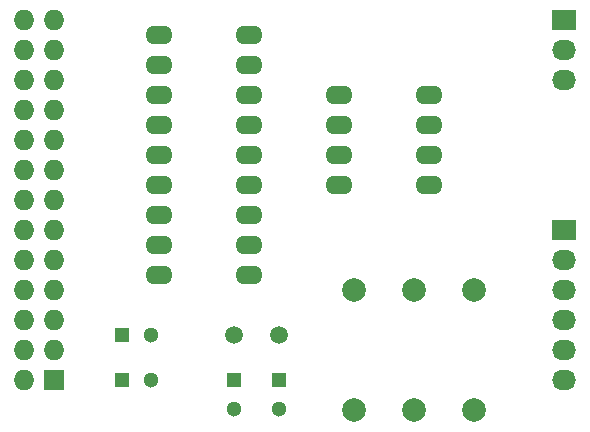
<source format=gbr>
G04 #@! TF.FileFunction,Soldermask,Bot*
%FSLAX46Y46*%
G04 Gerber Fmt 4.6, Leading zero omitted, Abs format (unit mm)*
G04 Created by KiCad (PCBNEW 4.0.1-stable) date 15.01.2016 10:14:08*
%MOMM*%
G01*
G04 APERTURE LIST*
%ADD10C,0.100000*%
%ADD11R,1.300000X1.300000*%
%ADD12C,1.300000*%
%ADD13R,1.727200X1.727200*%
%ADD14O,1.727200X1.727200*%
%ADD15O,2.300000X1.600000*%
%ADD16R,2.032000X1.727200*%
%ADD17O,2.032000X1.727200*%
%ADD18C,1.998980*%
%ADD19C,1.501140*%
G04 APERTURE END LIST*
D10*
D11*
X111125000Y-95250000D03*
D12*
X113625000Y-95250000D03*
D13*
X105410000Y-95250000D03*
D14*
X102870000Y-95250000D03*
X105410000Y-92710000D03*
X102870000Y-92710000D03*
X105410000Y-90170000D03*
X102870000Y-90170000D03*
X105410000Y-87630000D03*
X102870000Y-87630000D03*
X105410000Y-85090000D03*
X102870000Y-85090000D03*
X105410000Y-82550000D03*
X102870000Y-82550000D03*
X105410000Y-80010000D03*
X102870000Y-80010000D03*
X105410000Y-77470000D03*
X102870000Y-77470000D03*
X105410000Y-74930000D03*
X102870000Y-74930000D03*
X105410000Y-72390000D03*
X102870000Y-72390000D03*
X105410000Y-69850000D03*
X102870000Y-69850000D03*
X105410000Y-67310000D03*
X102870000Y-67310000D03*
X105410000Y-64770000D03*
X102870000Y-64770000D03*
D15*
X114300000Y-66040000D03*
X114300000Y-68580000D03*
X114300000Y-71120000D03*
X114300000Y-73660000D03*
X114300000Y-76200000D03*
X114300000Y-78740000D03*
X114300000Y-81280000D03*
X114300000Y-83820000D03*
X114300000Y-86360000D03*
X121920000Y-86360000D03*
X121920000Y-83820000D03*
X121920000Y-81280000D03*
X121920000Y-78740000D03*
X121920000Y-76200000D03*
X121920000Y-73660000D03*
X121920000Y-71120000D03*
X121920000Y-68580000D03*
X121920000Y-66040000D03*
D11*
X111125000Y-91440000D03*
D12*
X113625000Y-91440000D03*
D11*
X124460000Y-95250000D03*
D12*
X124460000Y-97750000D03*
D11*
X120650000Y-95250000D03*
D12*
X120650000Y-97750000D03*
D16*
X148590000Y-82550000D03*
D17*
X148590000Y-85090000D03*
X148590000Y-87630000D03*
X148590000Y-90170000D03*
X148590000Y-92710000D03*
X148590000Y-95250000D03*
D16*
X148590000Y-64770000D03*
D17*
X148590000Y-67310000D03*
X148590000Y-69850000D03*
D18*
X135890000Y-97790000D03*
X135890000Y-87630000D03*
X140970000Y-87630000D03*
X140970000Y-97790000D03*
X130810000Y-87630000D03*
X130810000Y-97790000D03*
D15*
X129540000Y-71120000D03*
X129540000Y-73660000D03*
X129540000Y-76200000D03*
X129540000Y-78740000D03*
X137160000Y-78740000D03*
X137160000Y-76200000D03*
X137160000Y-73660000D03*
X137160000Y-71120000D03*
D19*
X124454920Y-91440000D03*
X120655080Y-91440000D03*
M02*

</source>
